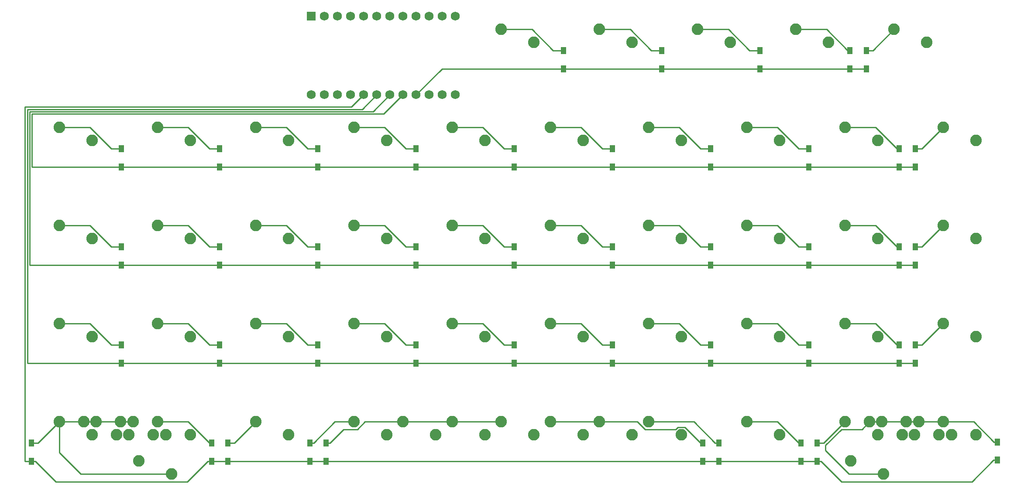
<source format=gtl>
G04 #@! TF.GenerationSoftware,KiCad,Pcbnew,(5.1.4)-1*
G04 #@! TF.CreationDate,2021-09-04T01:11:24-10:00*
G04 #@! TF.ProjectId,oya45,6f796134-352e-46b6-9963-61645f706362,rev?*
G04 #@! TF.SameCoordinates,Original*
G04 #@! TF.FileFunction,Copper,L1,Top*
G04 #@! TF.FilePolarity,Positive*
%FSLAX46Y46*%
G04 Gerber Fmt 4.6, Leading zero omitted, Abs format (unit mm)*
G04 Created by KiCad (PCBNEW (5.1.4)-1) date 2021-09-04 01:11:24*
%MOMM*%
%LPD*%
G04 APERTURE LIST*
%ADD10C,2.250000*%
%ADD11R,1.000000X1.400000*%
%ADD12R,1.752600X1.752600*%
%ADD13C,1.752600*%
%ADD14C,0.254000*%
G04 APERTURE END LIST*
D10*
X214153750Y-109220000D03*
X220503750Y-111760000D03*
X214471250Y-119380000D03*
X208121250Y-116840000D03*
X75247500Y-111760000D03*
X68897500Y-109220000D03*
X221297500Y-109220000D03*
X227647500Y-111760000D03*
X218916250Y-109220000D03*
X225266250Y-111760000D03*
X218122500Y-111760000D03*
X211772500Y-109220000D03*
X65722500Y-111760000D03*
X59372500Y-109220000D03*
X66516250Y-109220000D03*
X72866250Y-111760000D03*
X68103750Y-111760000D03*
X61753750Y-109220000D03*
X70008750Y-116840000D03*
X76358750Y-119380000D03*
X232410000Y-92710000D03*
X226060000Y-90170000D03*
X232410000Y-54610000D03*
X226060000Y-52070000D03*
X99060000Y-111760000D03*
X92710000Y-109220000D03*
X175260000Y-111760000D03*
X168910000Y-109220000D03*
X146685000Y-35560000D03*
X140335000Y-33020000D03*
D11*
X211137500Y-37118750D03*
X211137500Y-40668750D03*
X207962500Y-37118750D03*
X207962500Y-40668750D03*
X190500000Y-37118750D03*
X190500000Y-40668750D03*
X171450000Y-40668750D03*
X171450000Y-37118750D03*
X152400000Y-37118750D03*
X152400000Y-40668750D03*
X236537500Y-113131250D03*
X236537500Y-116681250D03*
X201612500Y-116868750D03*
X201612500Y-113318750D03*
X198437500Y-113318750D03*
X198437500Y-116868750D03*
X182562500Y-113318750D03*
X182562500Y-116868750D03*
X179387500Y-113318750D03*
X179387500Y-116868750D03*
X106362500Y-113318750D03*
X106362500Y-116868750D03*
X103187500Y-113318750D03*
X103187500Y-116868750D03*
X87312500Y-113318750D03*
X87312500Y-116868750D03*
X84137500Y-116868750D03*
X84137500Y-113318750D03*
X49212500Y-113318750D03*
X49212500Y-116868750D03*
X220662500Y-94268750D03*
X220662500Y-97818750D03*
X217487500Y-94268750D03*
X217487500Y-97818750D03*
X200025000Y-94268750D03*
X200025000Y-97818750D03*
X180975000Y-94268750D03*
X180975000Y-97818750D03*
X161925000Y-94268750D03*
X161925000Y-97818750D03*
X142875000Y-94268750D03*
X142875000Y-97818750D03*
X123825000Y-94268750D03*
X123825000Y-97818750D03*
X104775000Y-94268750D03*
X104775000Y-97818750D03*
X85725000Y-94268750D03*
X85725000Y-97818750D03*
X66675000Y-94268750D03*
X66675000Y-97818750D03*
X220662500Y-75218750D03*
X220662500Y-78768750D03*
X217487500Y-75218750D03*
X217487500Y-78768750D03*
X200025000Y-75218750D03*
X200025000Y-78768750D03*
X180975000Y-75218750D03*
X180975000Y-78768750D03*
X161925000Y-75218750D03*
X161925000Y-78768750D03*
X142875000Y-75218750D03*
X142875000Y-78768750D03*
X123825000Y-75218750D03*
X123825000Y-78768750D03*
X104775000Y-75218750D03*
X104775000Y-78768750D03*
X85725000Y-75218750D03*
X85725000Y-78768750D03*
X66675000Y-75218750D03*
X66675000Y-78768750D03*
X220662500Y-56168750D03*
X220662500Y-59718750D03*
X217487500Y-56168750D03*
X217487500Y-59718750D03*
X200025000Y-56168750D03*
X200025000Y-59718750D03*
X180975000Y-56168750D03*
X180975000Y-59718750D03*
X161925000Y-56168750D03*
X161925000Y-59718750D03*
X142875000Y-56168750D03*
X142875000Y-59718750D03*
X123825000Y-59718750D03*
X123825000Y-56168750D03*
X104775000Y-56168750D03*
X104775000Y-59718750D03*
X85725000Y-56168750D03*
X85725000Y-59718750D03*
X66675000Y-59718750D03*
X66675000Y-56168750D03*
D10*
X203835000Y-35560000D03*
X197485000Y-33020000D03*
X222885000Y-35560000D03*
X216535000Y-33020000D03*
D12*
X103505000Y-30480000D03*
D13*
X106045000Y-30480000D03*
X108585000Y-30480000D03*
X111125000Y-30480000D03*
X113665000Y-30480000D03*
X116205000Y-30480000D03*
X118745000Y-30480000D03*
X121285000Y-30480000D03*
X123825000Y-30480000D03*
X126365000Y-30480000D03*
X128905000Y-30480000D03*
X131445000Y-45720000D03*
X128905000Y-45720000D03*
X126365000Y-45720000D03*
X123825000Y-45720000D03*
X121285000Y-45720000D03*
X118745000Y-45720000D03*
X116205000Y-45720000D03*
X113665000Y-45720000D03*
X111125000Y-45720000D03*
X108585000Y-45720000D03*
X106045000Y-45720000D03*
X131445000Y-30480000D03*
X103505000Y-45720000D03*
D10*
X165735000Y-111760000D03*
X159385000Y-109220000D03*
X127635000Y-111760000D03*
X121285000Y-109220000D03*
X140335000Y-109220000D03*
X146685000Y-111760000D03*
X184785000Y-35560000D03*
X178435000Y-33020000D03*
X165735000Y-35560000D03*
X159385000Y-33020000D03*
X232410000Y-111760000D03*
X226060000Y-109220000D03*
X207010000Y-109220000D03*
X213360000Y-111760000D03*
X194310000Y-111760000D03*
X187960000Y-109220000D03*
X156210000Y-111760000D03*
X149860000Y-109220000D03*
X137160000Y-111760000D03*
X130810000Y-109220000D03*
X118110000Y-111760000D03*
X111760000Y-109220000D03*
X73660000Y-109220000D03*
X80010000Y-111760000D03*
X54610000Y-109220000D03*
X60960000Y-111760000D03*
X213360000Y-92710000D03*
X207010000Y-90170000D03*
X194310000Y-92710000D03*
X187960000Y-90170000D03*
X175260000Y-92710000D03*
X168910000Y-90170000D03*
X156210000Y-92710000D03*
X149860000Y-90170000D03*
X137160000Y-92710000D03*
X130810000Y-90170000D03*
X118110000Y-92710000D03*
X111760000Y-90170000D03*
X99060000Y-92710000D03*
X92710000Y-90170000D03*
X80010000Y-92710000D03*
X73660000Y-90170000D03*
X60960000Y-92710000D03*
X54610000Y-90170000D03*
X232410000Y-73660000D03*
X226060000Y-71120000D03*
X213360000Y-73660000D03*
X207010000Y-71120000D03*
X194310000Y-73660000D03*
X187960000Y-71120000D03*
X175260000Y-73660000D03*
X168910000Y-71120000D03*
X149860000Y-71120000D03*
X156210000Y-73660000D03*
X137160000Y-73660000D03*
X130810000Y-71120000D03*
X118110000Y-73660000D03*
X111760000Y-71120000D03*
X99060000Y-73660000D03*
X92710000Y-71120000D03*
X80010000Y-73660000D03*
X73660000Y-71120000D03*
X60960000Y-73660000D03*
X54610000Y-71120000D03*
X213360000Y-54610000D03*
X207010000Y-52070000D03*
X194310000Y-54610000D03*
X187960000Y-52070000D03*
X175260000Y-54610000D03*
X168910000Y-52070000D03*
X156210000Y-54610000D03*
X149860000Y-52070000D03*
X137160000Y-54610000D03*
X130810000Y-52070000D03*
X118110000Y-54610000D03*
X111760000Y-52070000D03*
X99060000Y-54610000D03*
X92710000Y-52070000D03*
X80010000Y-54610000D03*
X73660000Y-52070000D03*
X60960000Y-54610000D03*
X54610000Y-52070000D03*
D14*
X117563960Y-49441040D02*
X121285000Y-45720000D01*
X49326770Y-49441040D02*
X117563960Y-49441040D01*
X220662500Y-59718750D02*
X49326770Y-59718750D01*
X49326770Y-59718750D02*
X49326770Y-49441040D01*
X56200990Y-52070000D02*
X54610000Y-52070000D01*
X60568962Y-52070000D02*
X56200990Y-52070000D01*
X64667712Y-56168750D02*
X60568962Y-52070000D01*
X66675000Y-56168750D02*
X64667712Y-56168750D01*
X75250990Y-52070000D02*
X73660000Y-52070000D01*
X79618962Y-52070000D02*
X75250990Y-52070000D01*
X83717712Y-56168750D02*
X79618962Y-52070000D01*
X85725000Y-56168750D02*
X83717712Y-56168750D01*
X94300990Y-52070000D02*
X92710000Y-52070000D01*
X98668962Y-52070000D02*
X94300990Y-52070000D01*
X102767712Y-56168750D02*
X98668962Y-52070000D01*
X104775000Y-56168750D02*
X102767712Y-56168750D01*
X113350990Y-52070000D02*
X111760000Y-52070000D01*
X117718962Y-52070000D02*
X113350990Y-52070000D01*
X121817712Y-56168750D02*
X117718962Y-52070000D01*
X123825000Y-56168750D02*
X121817712Y-56168750D01*
X132400990Y-52070000D02*
X130810000Y-52070000D01*
X136768962Y-52070000D02*
X132400990Y-52070000D01*
X140867712Y-56168750D02*
X136768962Y-52070000D01*
X142875000Y-56168750D02*
X140867712Y-56168750D01*
X151450990Y-52070000D02*
X149860000Y-52070000D01*
X155818962Y-52070000D02*
X151450990Y-52070000D01*
X159917712Y-56168750D02*
X155818962Y-52070000D01*
X161925000Y-56168750D02*
X159917712Y-56168750D01*
X170500990Y-52070000D02*
X168910000Y-52070000D01*
X174868962Y-52070000D02*
X170500990Y-52070000D01*
X178967712Y-56168750D02*
X174868962Y-52070000D01*
X180975000Y-56168750D02*
X178967712Y-56168750D01*
X189550990Y-52070000D02*
X187960000Y-52070000D01*
X193918962Y-52070000D02*
X189550990Y-52070000D01*
X198017712Y-56168750D02*
X193918962Y-52070000D01*
X200025000Y-56168750D02*
X198017712Y-56168750D01*
X212968962Y-52070000D02*
X207010000Y-52070000D01*
X217487500Y-56168750D02*
X217067712Y-56168750D01*
X217067712Y-56168750D02*
X212968962Y-52070000D01*
X221961250Y-56168750D02*
X220662500Y-56168750D01*
X226060000Y-52070000D02*
X221961250Y-56168750D01*
X115477970Y-48987030D02*
X118745000Y-45720000D01*
X48872760Y-48987030D02*
X115477970Y-48987030D01*
X220662500Y-78768750D02*
X48872760Y-78768750D01*
X48872760Y-78768750D02*
X48872760Y-48987030D01*
X56200990Y-71120000D02*
X54610000Y-71120000D01*
X60568962Y-71120000D02*
X56200990Y-71120000D01*
X64667712Y-75218750D02*
X60568962Y-71120000D01*
X66675000Y-75218750D02*
X64667712Y-75218750D01*
X75250990Y-71120000D02*
X73660000Y-71120000D01*
X79618962Y-71120000D02*
X75250990Y-71120000D01*
X83717712Y-75218750D02*
X79618962Y-71120000D01*
X85725000Y-75218750D02*
X83717712Y-75218750D01*
X94300990Y-71120000D02*
X92710000Y-71120000D01*
X98668962Y-71120000D02*
X94300990Y-71120000D01*
X102767712Y-75218750D02*
X98668962Y-71120000D01*
X104775000Y-75218750D02*
X102767712Y-75218750D01*
X113350990Y-71120000D02*
X111760000Y-71120000D01*
X117718962Y-71120000D02*
X113350990Y-71120000D01*
X121817712Y-75218750D02*
X117718962Y-71120000D01*
X123825000Y-75218750D02*
X121817712Y-75218750D01*
X132400990Y-71120000D02*
X130810000Y-71120000D01*
X136768962Y-71120000D02*
X132400990Y-71120000D01*
X140867712Y-75218750D02*
X136768962Y-71120000D01*
X142875000Y-75218750D02*
X140867712Y-75218750D01*
X151450990Y-71120000D02*
X149860000Y-71120000D01*
X155818962Y-71120000D02*
X151450990Y-71120000D01*
X159917712Y-75218750D02*
X155818962Y-71120000D01*
X161925000Y-75218750D02*
X159917712Y-75218750D01*
X170500990Y-71120000D02*
X168910000Y-71120000D01*
X174868962Y-71120000D02*
X170500990Y-71120000D01*
X178967712Y-75218750D02*
X174868962Y-71120000D01*
X180975000Y-75218750D02*
X178967712Y-75218750D01*
X189550990Y-71120000D02*
X187960000Y-71120000D01*
X193918962Y-71120000D02*
X189550990Y-71120000D01*
X198017712Y-75218750D02*
X193918962Y-71120000D01*
X200025000Y-75218750D02*
X198017712Y-75218750D01*
X212968962Y-71120000D02*
X207010000Y-71120000D01*
X217487500Y-75218750D02*
X217067712Y-75218750D01*
X217067712Y-75218750D02*
X212968962Y-71120000D01*
X221961250Y-75218750D02*
X220662500Y-75218750D01*
X226060000Y-71120000D02*
X221961250Y-75218750D01*
X113391980Y-48533020D02*
X116205000Y-45720000D01*
X220662500Y-97818750D02*
X48418750Y-97818750D01*
X48418750Y-48533020D02*
X113391980Y-48533020D01*
X48418750Y-97818750D02*
X48418750Y-48533020D01*
X56200990Y-90170000D02*
X54610000Y-90170000D01*
X60568962Y-90170000D02*
X56200990Y-90170000D01*
X64667712Y-94268750D02*
X60568962Y-90170000D01*
X66675000Y-94268750D02*
X64667712Y-94268750D01*
X75250990Y-90170000D02*
X73660000Y-90170000D01*
X79618962Y-90170000D02*
X75250990Y-90170000D01*
X83717712Y-94268750D02*
X79618962Y-90170000D01*
X85725000Y-94268750D02*
X83717712Y-94268750D01*
X94300990Y-90170000D02*
X92710000Y-90170000D01*
X98668962Y-90170000D02*
X94300990Y-90170000D01*
X102767712Y-94268750D02*
X98668962Y-90170000D01*
X104775000Y-94268750D02*
X102767712Y-94268750D01*
X113350990Y-90170000D02*
X111760000Y-90170000D01*
X117718962Y-90170000D02*
X113350990Y-90170000D01*
X121817712Y-94268750D02*
X117718962Y-90170000D01*
X123825000Y-94268750D02*
X121817712Y-94268750D01*
X132400990Y-90170000D02*
X130810000Y-90170000D01*
X136768962Y-90170000D02*
X132400990Y-90170000D01*
X140867712Y-94268750D02*
X136768962Y-90170000D01*
X142875000Y-94268750D02*
X140867712Y-94268750D01*
X151450990Y-90170000D02*
X149860000Y-90170000D01*
X155818962Y-90170000D02*
X151450990Y-90170000D01*
X159917712Y-94268750D02*
X155818962Y-90170000D01*
X161925000Y-94268750D02*
X159917712Y-94268750D01*
X170500990Y-90170000D02*
X168910000Y-90170000D01*
X174868962Y-90170000D02*
X170500990Y-90170000D01*
X178967712Y-94268750D02*
X174868962Y-90170000D01*
X180975000Y-94268750D02*
X178967712Y-94268750D01*
X189550990Y-90170000D02*
X187960000Y-90170000D01*
X193918962Y-90170000D02*
X189550990Y-90170000D01*
X198017712Y-94268750D02*
X193918962Y-90170000D01*
X200025000Y-94268750D02*
X198017712Y-94268750D01*
X212968962Y-90170000D02*
X207010000Y-90170000D01*
X217487500Y-94268750D02*
X217067712Y-94268750D01*
X217067712Y-94268750D02*
X212968962Y-90170000D01*
X221961250Y-94268750D02*
X220662500Y-94268750D01*
X226060000Y-90170000D02*
X221961250Y-94268750D01*
X111305990Y-48079010D02*
X113665000Y-45720000D01*
X47964740Y-48079010D02*
X111305990Y-48079010D01*
X47964740Y-48079010D02*
X47964740Y-116866139D01*
X47964740Y-116866139D02*
X47967351Y-116868750D01*
X47977010Y-116866139D02*
X47979621Y-116868750D01*
X48455889Y-116866139D02*
X47977010Y-116866139D01*
X48458500Y-116868750D02*
X48455889Y-116866139D01*
X84891500Y-116868750D02*
X87312500Y-116868750D01*
X84137500Y-116868750D02*
X84891500Y-116868750D01*
X200858500Y-116868750D02*
X87312500Y-116868750D01*
X201612500Y-116868750D02*
X200858500Y-116868750D01*
X202366500Y-116868750D02*
X201612500Y-116868750D01*
X206329751Y-120832001D02*
X202366500Y-116868750D01*
X83383500Y-116868750D02*
X84137500Y-116868750D01*
X79420249Y-120832001D02*
X83383500Y-116868750D01*
X53929751Y-120832001D02*
X79420249Y-120832001D01*
X49212500Y-116868750D02*
X48458500Y-116868750D01*
X49212500Y-116868750D02*
X49966500Y-116868750D01*
X49966500Y-116868750D02*
X53929751Y-120832001D01*
X231632749Y-120832001D02*
X206329751Y-120832001D01*
X235783500Y-116681250D02*
X231632749Y-120832001D01*
X236537500Y-116681250D02*
X235783500Y-116681250D01*
X54610000Y-110810990D02*
X54610000Y-109220000D01*
X54610000Y-115194934D02*
X54610000Y-110810990D01*
X58795066Y-119380000D02*
X54610000Y-115194934D01*
X76358750Y-119380000D02*
X58795066Y-119380000D01*
X68897500Y-109220000D02*
X54610000Y-109220000D01*
X50511250Y-113318750D02*
X49212500Y-113318750D01*
X54610000Y-109220000D02*
X50511250Y-113318750D01*
X79618962Y-109220000D02*
X73660000Y-109220000D01*
X84137500Y-113318750D02*
X83717712Y-113318750D01*
X83717712Y-113318750D02*
X79618962Y-109220000D01*
X88611250Y-113318750D02*
X87312500Y-113318750D01*
X92710000Y-109220000D02*
X88611250Y-113318750D01*
X110169010Y-109220000D02*
X111760000Y-109220000D01*
X108040250Y-109220000D02*
X110169010Y-109220000D01*
X103941500Y-113318750D02*
X108040250Y-109220000D01*
X103187500Y-113318750D02*
X103941500Y-113318750D01*
X140335000Y-109220000D02*
X121285000Y-109220000D01*
X106362500Y-113318750D02*
X107116500Y-113318750D01*
X107116500Y-113318750D02*
X109763249Y-110672001D01*
X112456961Y-110672001D02*
X109763249Y-110672001D01*
X113908962Y-109220000D02*
X112456961Y-110672001D01*
X121285000Y-109220000D02*
X113908962Y-109220000D01*
X151450990Y-109220000D02*
X159385000Y-109220000D01*
X149860000Y-109220000D02*
X151450990Y-109220000D01*
X178967712Y-113318750D02*
X179387500Y-113318750D01*
X174199037Y-110672001D02*
X174563039Y-110307999D01*
X174563039Y-110307999D02*
X175956961Y-110307999D01*
X175956961Y-110307999D02*
X178967712Y-113318750D01*
X168213039Y-110672001D02*
X174199037Y-110672001D01*
X159385000Y-109220000D02*
X166761038Y-109220000D01*
X166761038Y-109220000D02*
X168213039Y-110672001D01*
X182562500Y-113318750D02*
X181808500Y-113318750D01*
X181808500Y-113318750D02*
X177709750Y-109220000D01*
X170500990Y-109220000D02*
X168910000Y-109220000D01*
X177709750Y-109220000D02*
X170500990Y-109220000D01*
X193918962Y-109220000D02*
X187960000Y-109220000D01*
X198437500Y-113318750D02*
X198017712Y-113318750D01*
X198017712Y-113318750D02*
X193918962Y-109220000D01*
X202911250Y-113318750D02*
X201612500Y-113318750D01*
X207010000Y-109220000D02*
X202911250Y-113318750D01*
X211772500Y-109220000D02*
X226060000Y-109220000D01*
X232018962Y-109220000D02*
X226060000Y-109220000D01*
X236537500Y-113131250D02*
X235930212Y-113131250D01*
X235930212Y-113131250D02*
X232018962Y-109220000D01*
X203200000Y-113791038D02*
X206319037Y-110672001D01*
X203200000Y-114808962D02*
X203200000Y-113791038D01*
X207771038Y-119380000D02*
X203200000Y-114808962D01*
X214471250Y-119380000D02*
X207771038Y-119380000D01*
X206319037Y-110672001D02*
X210320499Y-110672001D01*
X210320499Y-110672001D02*
X211772500Y-109220000D01*
X128876250Y-40668750D02*
X123825000Y-45720000D01*
X211137500Y-40668750D02*
X128876250Y-40668750D01*
X141925990Y-33020000D02*
X140335000Y-33020000D01*
X146293962Y-33020000D02*
X141925990Y-33020000D01*
X150392712Y-37118750D02*
X146293962Y-33020000D01*
X152400000Y-37118750D02*
X150392712Y-37118750D01*
X160975990Y-33020000D02*
X159385000Y-33020000D01*
X165343962Y-33020000D02*
X160975990Y-33020000D01*
X169442712Y-37118750D02*
X165343962Y-33020000D01*
X171450000Y-37118750D02*
X169442712Y-37118750D01*
X180025990Y-33020000D02*
X178435000Y-33020000D01*
X184393962Y-33020000D02*
X180025990Y-33020000D01*
X188492712Y-37118750D02*
X184393962Y-33020000D01*
X190500000Y-37118750D02*
X188492712Y-37118750D01*
X203443962Y-33020000D02*
X197485000Y-33020000D01*
X207962500Y-37118750D02*
X207542712Y-37118750D01*
X207542712Y-37118750D02*
X203443962Y-33020000D01*
X212436250Y-37118750D02*
X211137500Y-37118750D01*
X216535000Y-33020000D02*
X212436250Y-37118750D01*
M02*

</source>
